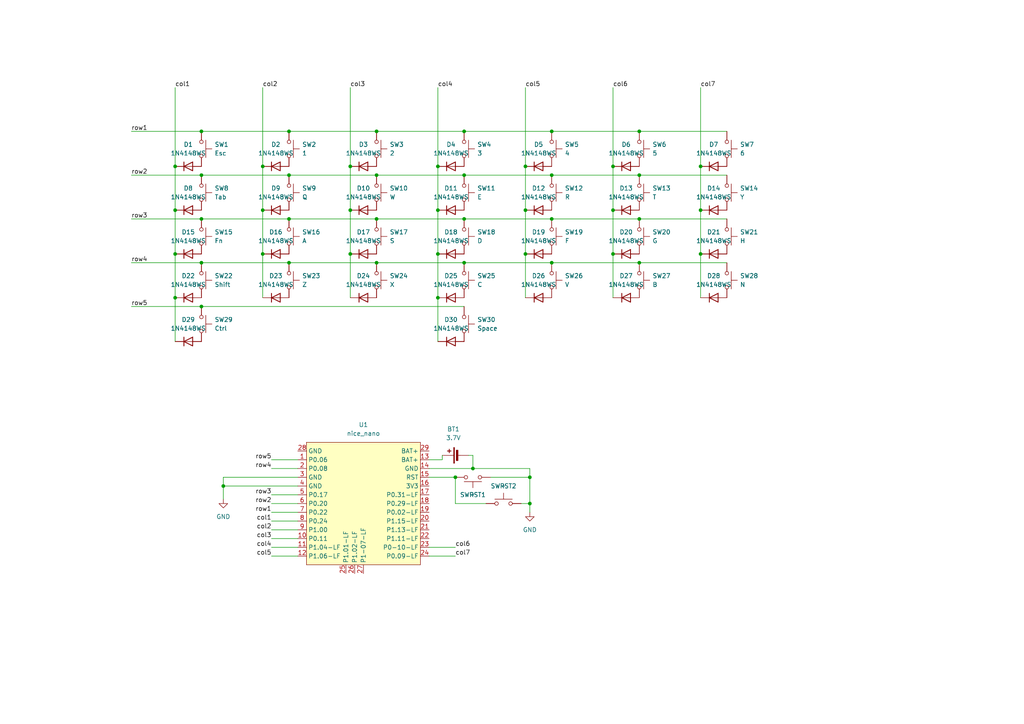
<source format=kicad_sch>
(kicad_sch (version 20231120) (generator "eeschema") (generator_version "8.0")
  (paper "A4")
  (lib_symbols
    (symbol "Device:Battery_Cell" (pin_numbers hide) (pin_names (offset 0) hide)
      (property "Reference" "BT" (at 2.54 2.54 0))
      (property "Value" "Battery_Cell" (at 2.54 0 0))
      (symbol "Battery_Cell_0_1"
        (rectangle (start -2.286 1.778) (end 2.286 1.524) (fill (type outline)))
        (rectangle (start -1.524 1.016) (end 1.524 0.508) (fill (type outline)))
        (polyline (pts (xy 0 0.762) (xy 0 0)))
        (polyline (pts (xy 0 1.778) (xy 0 2.54)))
        (polyline (pts (xy 0.762 3.048) (xy 1.778 3.048)) (stroke (width 0.254)))
        (polyline (pts (xy 1.27 3.556) (xy 1.27 2.54)) (stroke (width 0.254)))
      )
      (symbol "Battery_Cell_1_1"
        (pin passive line (at 0 5.08 270) (length 2.54) (name "+") (number "1"))
        (pin passive line (at 0 -2.54 90) (length 2.54) (name "-") (number "2"))
      )
    )
    (symbol "Device:D" (pin_numbers hide) (pin_names (offset 1.016) hide)
      (property "Reference" "D" (at 0 2.54 0))
      (property "Value" "D" (at 0 -2.54 0))
      (symbol "D_0_1"
        (polyline (pts (xy -1.27 1.27) (xy -1.27 -1.27)) (stroke (width 0.254)))
        (polyline (pts (xy 1.27 0) (xy -1.27 0)))
        (polyline (pts (xy 1.27 1.27) (xy 1.27 -1.27) (xy -1.27 0) (xy 1.27 1.27)) (stroke (width 0.254)))
      )
      (symbol "D_1_1"
        (pin passive line (at -3.81 0 0) (length 2.54) (name "K") (number "1"))
        (pin passive line (at 3.81 0 180) (length 2.54) (name "A") (number "2"))
      )
    )
    (symbol "PCM_marbastlib-promicroish:nice_nano" (in_bom no)
      (property "Reference" "U" (at 0 22.86 0))
      (property "Value" "nice_nano" (at 0 20.32 0))
      (symbol "nice_nano_0_0"
        (pin bidirectional line (at -19.05 13.97 0) (length 2.54) (name "P0.06") (number "1"))
        (pin bidirectional line (at -19.05 -8.89 0) (length 2.54) (name "P0.11") (number "10"))
        (pin bidirectional line (at -19.05 -11.43 0) (length 2.54) (name "P1.04-LF") (number "11"))
        (pin bidirectional line (at -19.05 -13.97 0) (length 2.54) (name "P1.06-LF") (number "12"))
        (pin power_out line (at 19.05 11.43 180) (length 2.54) (name "GND") (number "14"))
        (pin bidirectional line (at 19.05 8.89 180) (length 2.54) (name "RST") (number "15"))
        (pin bidirectional line (at 19.05 3.81 180) (length 2.54) (name "P0.31-LF") (number "17"))
        (pin bidirectional line (at 19.05 1.27 180) (length 2.54) (name "P0.29-LF") (number "18"))
        (pin bidirectional line (at 19.05 -1.27 180) (length 2.54) (name "P0.02-LF") (number "19"))
        (pin bidirectional line (at -19.05 11.43 0) (length 2.54) (name "P0.08") (number "2"))
        (pin bidirectional line (at 19.05 -3.81 180) (length 2.54) (name "P1.15-LF") (number "20"))
        (pin bidirectional line (at 19.05 -6.35 180) (length 2.54) (name "P1.13-LF") (number "21"))
        (pin bidirectional line (at 19.05 -8.89 180) (length 2.54) (name "P1.11-LF") (number "22"))
        (pin bidirectional line (at 19.05 -11.43 180) (length 2.54) (name "P0-10-LF") (number "23"))
        (pin bidirectional line (at 19.05 -13.97 180) (length 2.54) (name "P0.09-LF") (number "24"))
        (pin power_out line (at -19.05 8.89 0) (length 2.54) (name "GND") (number "3"))
        (pin power_out line (at -19.05 6.35 0) (length 2.54) (name "GND") (number "4"))
        (pin bidirectional line (at -19.05 3.81 0) (length 2.54) (name "P0.17") (number "5"))
        (pin bidirectional line (at -19.05 1.27 0) (length 2.54) (name "P0.20") (number "6"))
        (pin bidirectional line (at -19.05 -1.27 0) (length 2.54) (name "P0.22") (number "7"))
        (pin bidirectional line (at -19.05 -3.81 0) (length 2.54) (name "P0.24") (number "8"))
        (pin bidirectional line (at -19.05 -6.35 0) (length 2.54) (name "P1.00") (number "9"))
      )
      (symbol "nice_nano_1_0"
        (pin power_out line (at 19.05 13.97 180) (length 2.54) (name "BAT+") (number "13"))
        (pin power_out line (at 19.05 6.35 180) (length 2.54) (name "3V3") (number "16"))
        (pin bidirectional line (at -5.08 -19.05 90) (length 2.54) (name "P1.01-LF") (number "25"))
        (pin bidirectional line (at -2.54 -19.05 90) (length 2.54) (name "P1.02-LF") (number "26"))
        (pin bidirectional line (at 0 -19.05 90) (length 2.54) (name "P1-07-LF") (number "27"))
        (pin power_out line (at -19.05 16.51 0) (length 2.54) (name "GND") (number "28"))
        (pin power_out line (at 19.05 16.51 180) (length 2.54) (name "BAT+") (number "29"))
      )
      (symbol "nice_nano_1_1"
        (rectangle (start -16.51 19.05) (end 16.51 -16.51) (fill (type background)))
      )
    )
    (symbol "Switch:SW_Push" (pin_numbers hide) (pin_names (offset 1.016) hide)
      (property "Reference" "SW" (at 1.27 2.54 0))
      (property "Value" "SW_Push" (at 0 -1.524 0))
      (symbol "SW_Push_0_1"
        (circle (center -2.032 0) (radius 0.508))
        (polyline (pts (xy 0 1.27) (xy 0 3.048)))
        (polyline (pts (xy 2.54 1.27) (xy -2.54 1.27)))
        (circle (center 2.032 0) (radius 0.508))
        (pin passive line (at -5.08 0 0) (length 2.54) (name "1") (number "1"))
        (pin passive line (at 5.08 0 180) (length 2.54) (name "2") (number "2"))
      )
    )
    (symbol "power:GND" (power) (pin_numbers hide) (pin_names (offset 0) hide)
      (property "Value" "GND" (at 0 -3.81 0))
      (symbol "GND_0_1"
        (polyline (pts (xy 0 0) (xy 0 -1.27) (xy 1.27 -1.27) (xy 0 -2.54) (xy -1.27 -1.27) (xy 0 -1.27)))
      )
      (symbol "GND_1_1"
        (pin power_in line (at 0 0 270) (length 0) (name "~") (number "1"))
      )
    )
  )
  (junction (at 127 73.66))
  (junction (at 134.62 50.8))
  (junction (at 185.42 50.8))
  (junction (at 203.2 73.66))
  (junction (at 58.42 88.9))
  (junction (at 185.42 76.2))
  (junction (at 160.02 50.8))
  (junction (at 127 48.26))
  (junction (at 134.62 38.1))
  (junction (at 64.77 140.97))
  (junction (at 152.4 73.66))
  (junction (at 153.67 146.05))
  (junction (at 137.16 135.89))
  (junction (at 50.8 60.96))
  (junction (at 50.8 86.36))
  (junction (at 50.8 73.66))
  (junction (at 50.8 48.26))
  (junction (at 127 86.36))
  (junction (at 83.82 63.5))
  (junction (at 58.42 38.1))
  (junction (at 177.8 73.66))
  (junction (at 58.42 50.8))
  (junction (at 109.22 76.2))
  (junction (at 160.02 76.2))
  (junction (at 203.2 48.26))
  (junction (at 83.82 76.2))
  (junction (at 109.22 63.5))
  (junction (at 76.2 48.26))
  (junction (at 177.8 60.96))
  (junction (at 185.42 38.1))
  (junction (at 177.8 48.26))
  (junction (at 58.42 63.5))
  (junction (at 58.42 76.2))
  (junction (at 101.6 73.66))
  (junction (at 132.08 138.43))
  (junction (at 160.02 63.5))
  (junction (at 134.62 63.5))
  (junction (at 127 60.96))
  (junction (at 101.6 48.26))
  (junction (at 160.02 38.1))
  (junction (at 185.42 63.5))
  (junction (at 76.2 60.96))
  (junction (at 153.67 138.43))
  (junction (at 83.82 38.1))
  (junction (at 152.4 48.26))
  (junction (at 109.22 50.8))
  (junction (at 203.2 60.96))
  (junction (at 152.4 60.96))
  (junction (at 134.62 76.2))
  (junction (at 76.2 73.66))
  (junction (at 101.6 60.96))
  (junction (at 83.82 50.8))
  (junction (at 109.22 38.1))
  (wire (pts (xy 109.22 38.1) (xy 134.62 38.1)))
  (wire (pts (xy 64.77 138.43) (xy 64.77 140.97)))
  (wire (pts (xy 58.42 38.1) (xy 83.82 38.1)))
  (wire (pts (xy 101.6 73.66) (xy 101.6 86.36)))
  (wire (pts (xy 160.02 38.1) (xy 185.42 38.1)))
  (wire (pts (xy 153.67 146.05) (xy 153.67 148.59)))
  (wire (pts (xy 109.22 63.5) (xy 134.62 63.5)))
  (wire (pts (xy 127 86.36) (xy 127 99.06)))
  (wire (pts (xy 101.6 48.26) (xy 101.6 60.96)))
  (wire (pts (xy 160.02 76.2) (xy 185.42 76.2)))
  (wire (pts (xy 127 48.26) (xy 127 60.96)))
  (wire (pts (xy 127 25.4) (xy 127 48.26)))
  (wire (pts (xy 153.67 138.43) (xy 153.67 146.05)))
  (wire (pts (xy 127 60.96) (xy 127 73.66)))
  (wire (pts (xy 50.8 73.66) (xy 50.8 86.36)))
  (wire (pts (xy 134.62 50.8) (xy 160.02 50.8)))
  (wire (pts (xy 64.77 140.97) (xy 86.36 140.97)))
  (wire (pts (xy 58.42 76.2) (xy 83.82 76.2)))
  (wire (pts (xy 78.74 133.35) (xy 86.36 133.35)))
  (wire (pts (xy 152.4 48.26) (xy 152.4 60.96)))
  (wire (pts (xy 185.42 50.8) (xy 210.82 50.8)))
  (wire (pts (xy 185.42 76.2) (xy 210.82 76.2)))
  (wire (pts (xy 58.42 88.9) (xy 134.62 88.9)))
  (wire (pts (xy 142.24 138.43) (xy 153.67 138.43)))
  (wire (pts (xy 78.74 153.67) (xy 86.36 153.67)))
  (wire (pts (xy 124.46 135.89) (xy 137.16 135.89)))
  (wire (pts (xy 83.82 50.8) (xy 109.22 50.8)))
  (wire (pts (xy 109.22 76.2) (xy 134.62 76.2)))
  (wire (pts (xy 83.82 38.1) (xy 109.22 38.1)))
  (wire (pts (xy 83.82 76.2) (xy 109.22 76.2)))
  (wire (pts (xy 177.8 73.66) (xy 177.8 86.36)))
  (wire (pts (xy 78.74 135.89) (xy 86.36 135.89)))
  (wire (pts (xy 128.27 132.08) (xy 128.27 133.35)))
  (wire (pts (xy 124.46 158.75) (xy 132.08 158.75)))
  (wire (pts (xy 152.4 25.4) (xy 152.4 48.26)))
  (wire (pts (xy 50.8 48.26) (xy 50.8 60.96)))
  (wire (pts (xy 135.89 132.08) (xy 137.16 132.08)))
  (wire (pts (xy 177.8 48.26) (xy 177.8 60.96)))
  (wire (pts (xy 177.8 25.4) (xy 177.8 48.26)))
  (wire (pts (xy 64.77 140.97) (xy 64.77 144.78)))
  (wire (pts (xy 101.6 25.4) (xy 101.6 48.26)))
  (wire (pts (xy 38.1 38.1) (xy 58.42 38.1)))
  (wire (pts (xy 185.42 38.1) (xy 210.82 38.1)))
  (wire (pts (xy 58.42 50.8) (xy 83.82 50.8)))
  (wire (pts (xy 76.2 25.4) (xy 76.2 48.26)))
  (wire (pts (xy 160.02 50.8) (xy 185.42 50.8)))
  (wire (pts (xy 137.16 132.08) (xy 137.16 135.89)))
  (wire (pts (xy 83.82 63.5) (xy 109.22 63.5)))
  (wire (pts (xy 153.67 135.89) (xy 153.67 138.43)))
  (wire (pts (xy 64.77 138.43) (xy 86.36 138.43)))
  (wire (pts (xy 124.46 138.43) (xy 132.08 138.43)))
  (wire (pts (xy 203.2 25.4) (xy 203.2 48.26)))
  (wire (pts (xy 101.6 60.96) (xy 101.6 73.66)))
  (wire (pts (xy 50.8 25.4) (xy 50.8 48.26)))
  (wire (pts (xy 132.08 138.43) (xy 132.08 146.05)))
  (wire (pts (xy 152.4 60.96) (xy 152.4 73.66)))
  (wire (pts (xy 38.1 88.9) (xy 58.42 88.9)))
  (wire (pts (xy 38.1 63.5) (xy 58.42 63.5)))
  (wire (pts (xy 127 73.66) (xy 127 86.36)))
  (wire (pts (xy 38.1 50.8) (xy 58.42 50.8)))
  (wire (pts (xy 203.2 73.66) (xy 203.2 86.36)))
  (wire (pts (xy 76.2 73.66) (xy 76.2 86.36)))
  (wire (pts (xy 38.1 76.2) (xy 58.42 76.2)))
  (wire (pts (xy 203.2 48.26) (xy 203.2 60.96)))
  (wire (pts (xy 78.74 158.75) (xy 86.36 158.75)))
  (wire (pts (xy 177.8 60.96) (xy 177.8 73.66)))
  (wire (pts (xy 58.42 63.5) (xy 83.82 63.5)))
  (wire (pts (xy 134.62 38.1) (xy 160.02 38.1)))
  (wire (pts (xy 50.8 86.36) (xy 50.8 99.06)))
  (wire (pts (xy 152.4 73.66) (xy 152.4 86.36)))
  (wire (pts (xy 151.13 146.05) (xy 153.67 146.05)))
  (wire (pts (xy 160.02 63.5) (xy 185.42 63.5)))
  (wire (pts (xy 137.16 135.89) (xy 153.67 135.89)))
  (wire (pts (xy 78.74 161.29) (xy 86.36 161.29)))
  (wire (pts (xy 203.2 60.96) (xy 203.2 73.66)))
  (wire (pts (xy 76.2 48.26) (xy 76.2 60.96)))
  (wire (pts (xy 124.46 161.29) (xy 132.08 161.29)))
  (wire (pts (xy 78.74 143.51) (xy 86.36 143.51)))
  (wire (pts (xy 134.62 76.2) (xy 160.02 76.2)))
  (wire (pts (xy 50.8 60.96) (xy 50.8 73.66)))
  (wire (pts (xy 78.74 148.59) (xy 86.36 148.59)))
  (wire (pts (xy 78.74 156.21) (xy 86.36 156.21)))
  (wire (pts (xy 76.2 60.96) (xy 76.2 73.66)))
  (wire (pts (xy 78.74 151.13) (xy 86.36 151.13)))
  (wire (pts (xy 78.74 146.05) (xy 86.36 146.05)))
  (wire (pts (xy 124.46 133.35) (xy 128.27 133.35)))
  (wire (pts (xy 134.62 63.5) (xy 160.02 63.5)))
  (wire (pts (xy 140.97 146.05) (xy 132.08 146.05)))
  (wire (pts (xy 109.22 50.8) (xy 134.62 50.8)))
  (wire (pts (xy 185.42 63.5) (xy 210.82 63.5)))
  (label "col5" (at 78.74 161.29 180))
  (label "col2" (at 76.2 25.4 0))
  (label "col2" (at 78.74 153.67 180))
  (label "col7" (at 203.2 25.4 0))
  (label "col1" (at 78.74 151.13 180))
  (label "col4" (at 78.74 158.75 180))
  (label "col1" (at 50.8 25.4 0))
  (label "col7" (at 132.08 161.29 0))
  (label "row4" (at 38.1 76.2 0))
  (label "col6" (at 177.8 25.4 0))
  (label "row3" (at 38.1 63.5 0))
  (label "col6" (at 132.08 158.75 0))
  (label "col4" (at 127 25.4 0))
  (label "col5" (at 152.4 25.4 0))
  (label "row1" (at 78.74 148.59 180))
  (label "row3" (at 78.74 143.51 180))
  (label "row4" (at 78.74 135.89 180))
  (label "row5" (at 38.1 88.9 0))
  (label "row5" (at 78.74 133.35 180))
  (label "row2" (at 38.1 50.8 0))
  (label "row2" (at 78.74 146.05 180))
  (label "col3" (at 101.6 25.4 0))
  (label "row1" (at 38.1 38.1 0))
  (label "col3" (at 78.74 156.21 180))
  (symbol (lib_id "Device:D") (at 156.21 48.26 0) (unit 1)
    (property "Reference" "D5" (at 156.21 41.91 0))
    (property "Value" "1N4148WS" (at 156.21 44.45 0))
    (property "Footprint" "Diode_SMD:D_SOD-323_HandSoldering" (effects (hide yes)))
    (property "Description" "Diode" (effects (hide yes)))
    (property "Sim.Device" "D" (effects (hide yes)))
    (property "Sim.Pins" "1=K 2=A" (effects (hide yes)))
  )
  (symbol (lib_id "Switch:SW_Push") (at 160.02 81.28 270) (unit 1)
    (property "Reference" "SW26" (at 163.83 80.0099 90) (effects (justify left)))
    (property "Value" "V" (at 163.83 82.5499 90) (effects (justify left)))
    (property "Footprint" "PCM_Switch_Keyboard_Cherry_MX:SW_Cherry_MX_PCB_1.00u" (effects (hide yes)))
    (property "Description" "Push button switch, generic, two pins" (effects (hide yes)))
  )
  (symbol (lib_id "Switch:SW_Push") (at 185.42 68.58 270) (unit 1)
    (property "Reference" "SW20" (at 189.23 67.3099 90) (effects (justify left)))
    (property "Value" "G" (at 189.23 69.8499 90) (effects (justify left)))
    (property "Footprint" "PCM_Switch_Keyboard_Cherry_MX:SW_Cherry_MX_PCB_1.00u" (effects (hide yes)))
    (property "Description" "Push button switch, generic, two pins" (effects (hide yes)))
  )
  (symbol (lib_id "Device:D") (at 207.01 86.36 0) (unit 1)
    (property "Reference" "D28" (at 207.01 80.01 0))
    (property "Value" "1N4148WS" (at 207.01 82.55 0))
    (property "Footprint" "Diode_SMD:D_SOD-323_HandSoldering" (effects (hide yes)))
    (property "Description" "Diode" (effects (hide yes)))
    (property "Sim.Device" "D" (effects (hide yes)))
    (property "Sim.Pins" "1=K 2=A" (effects (hide yes)))
  )
  (symbol (lib_id "Device:D") (at 207.01 48.26 0) (unit 1)
    (property "Reference" "D7" (at 207.01 41.91 0))
    (property "Value" "1N4148WS" (at 207.01 44.45 0))
    (property "Footprint" "Diode_SMD:D_SOD-323_HandSoldering" (effects (hide yes)))
    (property "Description" "Diode" (effects (hide yes)))
    (property "Sim.Device" "D" (effects (hide yes)))
    (property "Sim.Pins" "1=K 2=A" (effects (hide yes)))
  )
  (symbol (lib_id "Switch:SW_Push") (at 58.42 93.98 270) (unit 1)
    (property "Reference" "SW29" (at 62.23 92.7099 90) (effects (justify left)))
    (property "Value" "Ctrl" (at 62.23 95.2499 90) (effects (justify left)))
    (property "Footprint" "PCM_Switch_Keyboard_Cherry_MX:SW_Cherry_MX_PCB_1.25u" (effects (hide yes)))
    (property "Description" "Push button switch, generic, two pins" (effects (hide yes)))
  )
  (symbol (lib_id "Switch:SW_Push") (at 109.22 43.18 270) (unit 1)
    (property "Reference" "SW3" (at 113.03 41.9099 90) (effects (justify left)))
    (property "Value" "2" (at 113.03 44.4499 90) (effects (justify left)))
    (property "Footprint" "PCM_Switch_Keyboard_Cherry_MX:SW_Cherry_MX_PCB_1.00u" (effects (hide yes)))
    (property "Description" "Push button switch, generic, two pins" (effects (hide yes)))
  )
  (symbol (lib_id "Switch:SW_Push") (at 83.82 55.88 270) (unit 1)
    (property "Reference" "SW9" (at 87.63 54.6099 90) (effects (justify left)))
    (property "Value" "Q" (at 87.63 57.1499 90) (effects (justify left)))
    (property "Footprint" "PCM_Switch_Keyboard_Cherry_MX:SW_Cherry_MX_PCB_1.00u" (effects (hide yes)))
    (property "Description" "Push button switch, generic, two pins" (effects (hide yes)))
  )
  (symbol (lib_id "Device:D") (at 181.61 86.36 0) (unit 1)
    (property "Reference" "D27" (at 181.61 80.01 0))
    (property "Value" "1N4148WS" (at 181.61 82.55 0))
    (property "Footprint" "Diode_SMD:D_SOD-323_HandSoldering" (effects (hide yes)))
    (property "Description" "Diode" (effects (hide yes)))
    (property "Sim.Device" "D" (effects (hide yes)))
    (property "Sim.Pins" "1=K 2=A" (effects (hide yes)))
  )
  (symbol (lib_id "Device:D") (at 105.41 60.96 0) (unit 1)
    (property "Reference" "D10" (at 105.41 54.61 0))
    (property "Value" "1N4148WS" (at 105.41 57.15 0))
    (property "Footprint" "Diode_SMD:D_SOD-323_HandSoldering" (effects (hide yes)))
    (property "Description" "Diode" (effects (hide yes)))
    (property "Sim.Device" "D" (effects (hide yes)))
    (property "Sim.Pins" "1=K 2=A" (effects (hide yes)))
  )
  (symbol (lib_id "Device:D") (at 156.21 60.96 0) (unit 1)
    (property "Reference" "D12" (at 156.21 54.61 0))
    (property "Value" "1N4148WS" (at 156.21 57.15 0))
    (property "Footprint" "Diode_SMD:D_SOD-323_HandSoldering" (effects (hide yes)))
    (property "Description" "Diode" (effects (hide yes)))
    (property "Sim.Device" "D" (effects (hide yes)))
    (property "Sim.Pins" "1=K 2=A" (effects (hide yes)))
  )
  (symbol (lib_id "Switch:SW_Push") (at 83.82 81.28 270) (unit 1)
    (property "Reference" "SW23" (at 87.63 80.0099 90) (effects (justify left)))
    (property "Value" "Z" (at 87.63 82.5499 90) (effects (justify left)))
    (property "Footprint" "PCM_Switch_Keyboard_Cherry_MX:SW_Cherry_MX_PCB_1.00u" (effects (hide yes)))
    (property "Description" "Push button switch, generic, two pins" (effects (hide yes)))
  )
  (symbol (lib_id "Switch:SW_Push") (at 160.02 43.18 270) (unit 1)
    (property "Reference" "SW5" (at 163.83 41.9099 90) (effects (justify left)))
    (property "Value" "4" (at 163.83 44.4499 90) (effects (justify left)))
    (property "Footprint" "PCM_Switch_Keyboard_Cherry_MX:SW_Cherry_MX_PCB_1.00u" (effects (hide yes)))
    (property "Description" "Push button switch, generic, two pins" (effects (hide yes)))
  )
  (symbol (lib_id "Device:D") (at 54.61 48.26 0) (unit 1)
    (property "Reference" "D1" (at 54.61 41.91 0))
    (property "Value" "1N4148WS" (at 54.61 44.45 0))
    (property "Footprint" "Diode_SMD:D_SOD-323_HandSoldering" (effects (hide yes)))
    (property "Description" "Diode" (effects (hide yes)))
    (property "Sim.Device" "D" (effects (hide yes)))
    (property "Sim.Pins" "1=K 2=A" (effects (hide yes)))
  )
  (symbol (lib_id "Switch:SW_Push") (at 83.82 43.18 270) (unit 1)
    (property "Reference" "SW2" (at 87.63 41.9099 90) (effects (justify left)))
    (property "Value" "1" (at 87.63 44.4499 90) (effects (justify left)))
    (property "Footprint" "PCM_Switch_Keyboard_Cherry_MX:SW_Cherry_MX_PCB_1.00u" (effects (hide yes)))
    (property "Description" "Push button switch, generic, two pins" (effects (hide yes)))
  )
  (symbol (lib_id "Switch:SW_Push") (at 134.62 68.58 270) (unit 1)
    (property "Reference" "SW18" (at 138.43 67.3099 90) (effects (justify left)))
    (property "Value" "D" (at 138.43 69.8499 90) (effects (justify left)))
    (property "Footprint" "PCM_Switch_Keyboard_Cherry_MX:SW_Cherry_MX_PCB_1.00u" (effects (hide yes)))
    (property "Description" "Push button switch, generic, two pins" (effects (hide yes)))
  )
  (symbol (lib_id "Switch:SW_Push") (at 134.62 55.88 270) (unit 1)
    (property "Reference" "SW11" (at 138.43 54.6099 90) (effects (justify left)))
    (property "Value" "E" (at 138.43 57.1499 90) (effects (justify left)))
    (property "Footprint" "PCM_Switch_Keyboard_Cherry_MX:SW_Cherry_MX_PCB_1.00u" (effects (hide yes)))
    (property "Description" "Push button switch, generic, two pins" (effects (hide yes)))
  )
  (symbol (lib_id "Device:D") (at 80.01 86.36 0) (unit 1)
    (property "Reference" "D23" (at 80.01 80.01 0))
    (property "Value" "1N4148WS" (at 80.01 82.55 0))
    (property "Footprint" "Diode_SMD:D_SOD-323_HandSoldering" (effects (hide yes)))
    (property "Description" "Diode" (effects (hide yes)))
    (property "Sim.Device" "D" (effects (hide yes)))
    (property "Sim.Pins" "1=K 2=A" (effects (hide yes)))
  )
  (symbol (lib_id "Switch:SW_Push") (at 58.42 55.88 270) (unit 1)
    (property "Reference" "SW8" (at 62.23 54.6099 90) (effects (justify left)))
    (property "Value" "Tab" (at 62.23 57.1499 90) (effects (justify left)))
    (property "Footprint" "PCM_Switch_Keyboard_Cherry_MX:SW_Cherry_MX_PCB_1.50u" (effects (hide yes)))
    (property "Description" "Push button switch, generic, two pins" (effects (hide yes)))
  )
  (symbol (lib_id "Device:D") (at 130.81 73.66 0) (unit 1)
    (property "Reference" "D18" (at 130.81 67.31 0))
    (property "Value" "1N4148WS" (at 130.81 69.85 0))
    (property "Footprint" "Diode_SMD:D_SOD-323_HandSoldering" (effects (hide yes)))
    (property "Description" "Diode" (effects (hide yes)))
    (property "Sim.Device" "D" (effects (hide yes)))
    (property "Sim.Pins" "1=K 2=A" (effects (hide yes)))
  )
  (symbol (lib_id "Device:D") (at 54.61 86.36 0) (unit 1)
    (property "Reference" "D22" (at 54.61 80.01 0))
    (property "Value" "1N4148WS" (at 54.61 82.55 0))
    (property "Footprint" "Diode_SMD:D_SOD-323_HandSoldering" (effects (hide yes)))
    (property "Description" "Diode" (effects (hide yes)))
    (property "Sim.Device" "D" (effects (hide yes)))
    (property "Sim.Pins" "1=K 2=A" (effects (hide yes)))
  )
  (symbol (lib_id "Device:D") (at 181.61 48.26 0) (unit 1)
    (property "Reference" "D6" (at 181.61 41.91 0))
    (property "Value" "1N4148WS" (at 181.61 44.45 0))
    (property "Footprint" "Diode_SMD:D_SOD-323_HandSoldering" (effects (hide yes)))
    (property "Description" "Diode" (effects (hide yes)))
    (property "Sim.Device" "D" (effects (hide yes)))
    (property "Sim.Pins" "1=K 2=A" (effects (hide yes)))
  )
  (symbol (lib_id "Device:D") (at 207.01 73.66 0) (unit 1)
    (property "Reference" "D21" (at 207.01 67.31 0))
    (property "Value" "1N4148WS" (at 207.01 69.85 0))
    (property "Footprint" "Diode_SMD:D_SOD-323_HandSoldering" (effects (hide yes)))
    (property "Description" "Diode" (effects (hide yes)))
    (property "Sim.Device" "D" (effects (hide yes)))
    (property "Sim.Pins" "1=K 2=A" (effects (hide yes)))
  )
  (symbol (lib_id "Device:D") (at 156.21 73.66 0) (unit 1)
    (property "Reference" "D19" (at 156.21 67.31 0))
    (property "Value" "1N4148WS" (at 156.21 69.85 0))
    (property "Footprint" "Diode_SMD:D_SOD-323_HandSoldering" (effects (hide yes)))
    (property "Description" "Diode" (effects (hide yes)))
    (property "Sim.Device" "D" (effects (hide yes)))
    (property "Sim.Pins" "1=K 2=A" (effects (hide yes)))
  )
  (symbol (lib_id "Switch:SW_Push") (at 58.42 68.58 270) (unit 1)
    (property "Reference" "SW15" (at 62.23 67.3099 90) (effects (justify left)))
    (property "Value" "Fn" (at 62.23 69.8499 90) (effects (justify left)))
    (property "Footprint" "PCM_Switch_Keyboard_Cherry_MX:SW_Cherry_MX_PCB_1.25u" (effects (hide yes)))
    (property "Description" "Push button switch, generic, two pins" (effects (hide yes)))
  )
  (symbol (lib_id "Switch:SW_Push") (at 134.62 81.28 270) (unit 1)
    (property "Reference" "SW25" (at 138.43 80.0099 90) (effects (justify left)))
    (property "Value" "C" (at 138.43 82.5499 90) (effects (justify left)))
    (property "Footprint" "PCM_Switch_Keyboard_Cherry_MX:SW_Cherry_MX_PCB_1.00u" (effects (hide yes)))
    (property "Description" "Push button switch, generic, two pins" (effects (hide yes)))
  )
  (symbol (lib_id "Device:D") (at 181.61 73.66 0) (unit 1)
    (property "Reference" "D20" (at 181.61 67.31 0))
    (property "Value" "1N4148WS" (at 181.61 69.85 0))
    (property "Footprint" "Diode_SMD:D_SOD-323_HandSoldering" (effects (hide yes)))
    (property "Description" "Diode" (effects (hide yes)))
    (property "Sim.Device" "D" (effects (hide yes)))
    (property "Sim.Pins" "1=K 2=A" (effects (hide yes)))
  )
  (symbol (lib_id "Switch:SW_Push") (at 83.82 68.58 270) (unit 1)
    (property "Reference" "SW16" (at 87.63 67.3099 90) (effects (justify left)))
    (property "Value" "A" (at 87.63 69.8499 90) (effects (justify left)))
    (property "Footprint" "PCM_Switch_Keyboard_Cherry_MX:SW_Cherry_MX_PCB_1.00u" (effects (hide yes)))
    (property "Description" "Push button switch, generic, two pins" (effects (hide yes)))
  )
  (symbol (lib_id "Switch:SW_Push") (at 210.82 68.58 270) (unit 1)
    (property "Reference" "SW21" (at 214.63 67.3099 90) (effects (justify left)))
    (property "Value" "H" (at 214.63 69.8499 90) (effects (justify left)))
    (property "Footprint" "PCM_Switch_Keyboard_Cherry_MX:SW_Cherry_MX_PCB_1.00u" (effects (hide yes)))
    (property "Description" "Push button switch, generic, two pins" (effects (hide yes)))
  )
  (symbol (lib_id "Device:D") (at 54.61 60.96 0) (unit 1)
    (property "Reference" "D8" (at 54.61 54.61 0))
    (property "Value" "1N4148WS" (at 54.61 57.15 0))
    (property "Footprint" "Diode_SMD:D_SOD-323_HandSoldering" (effects (hide yes)))
    (property "Description" "Diode" (effects (hide yes)))
    (property "Sim.Device" "D" (effects (hide yes)))
    (property "Sim.Pins" "1=K 2=A" (effects (hide yes)))
  )
  (symbol (lib_id "power:GND") (at 64.77 144.78 0) (unit 1)
    (property "Reference" "#PWR01" (effects (hide yes)))
    (property "Value" "GND" (at 64.77 149.86 0))
    (property "Description" "Power symbol creates a global label with name \"GND\" , ground" (effects (hide yes)))
  )
  (symbol (lib_id "Device:D") (at 181.61 60.96 0) (unit 1)
    (property "Reference" "D13" (at 181.61 54.61 0))
    (property "Value" "1N4148WS" (at 181.61 57.15 0))
    (property "Footprint" "Diode_SMD:D_SOD-323_HandSoldering" (effects (hide yes)))
    (property "Description" "Diode" (effects (hide yes)))
    (property "Sim.Device" "D" (effects (hide yes)))
    (property "Sim.Pins" "1=K 2=A" (effects (hide yes)))
  )
  (symbol (lib_id "Device:D") (at 130.81 48.26 0) (unit 1)
    (property "Reference" "D4" (at 130.81 41.91 0))
    (property "Value" "1N4148WS" (at 130.81 44.45 0))
    (property "Footprint" "Diode_SMD:D_SOD-323_HandSoldering" (effects (hide yes)))
    (property "Description" "Diode" (effects (hide yes)))
    (property "Sim.Device" "D" (effects (hide yes)))
    (property "Sim.Pins" "1=K 2=A" (effects (hide yes)))
  )
  (symbol (lib_id "Device:D") (at 156.21 86.36 0) (unit 1)
    (property "Reference" "D26" (at 156.21 80.01 0))
    (property "Value" "1N4148WS" (at 156.21 82.55 0))
    (property "Footprint" "Diode_SMD:D_SOD-323_HandSoldering" (effects (hide yes)))
    (property "Description" "Diode" (effects (hide yes)))
    (property "Sim.Device" "D" (effects (hide yes)))
    (property "Sim.Pins" "1=K 2=A" (effects (hide yes)))
  )
  (symbol (lib_id "Device:D") (at 105.41 86.36 0) (unit 1)
    (property "Reference" "D24" (at 105.41 80.01 0))
    (property "Value" "1N4148WS" (at 105.41 82.55 0))
    (property "Footprint" "Diode_SMD:D_SOD-323_HandSoldering" (effects (hide yes)))
    (property "Description" "Diode" (effects (hide yes)))
    (property "Sim.Device" "D" (effects (hide yes)))
    (property "Sim.Pins" "1=K 2=A" (effects (hide yes)))
  )
  (symbol (lib_id "Device:D") (at 130.81 86.36 0) (unit 1)
    (property "Reference" "D25" (at 130.81 80.01 0))
    (property "Value" "1N4148WS" (at 130.81 82.55 0))
    (property "Footprint" "Diode_SMD:D_SOD-323_HandSoldering" (effects (hide yes)))
    (property "Description" "Diode" (effects (hide yes)))
    (property "Sim.Device" "D" (effects (hide yes)))
    (property "Sim.Pins" "1=K 2=A" (effects (hide yes)))
  )
  (symbol (lib_id "Switch:SW_Push") (at 160.02 55.88 270) (unit 1)
    (property "Reference" "SW12" (at 163.83 54.6099 90) (effects (justify left)))
    (property "Value" "R" (at 163.83 57.1499 90) (effects (justify left)))
    (property "Footprint" "PCM_Switch_Keyboard_Cherry_MX:SW_Cherry_MX_PCB_1.00u" (effects (hide yes)))
    (property "Description" "Push button switch, generic, two pins" (effects (hide yes)))
  )
  (symbol (lib_id "Switch:SW_Push") (at 109.22 81.28 270) (unit 1)
    (property "Reference" "SW24" (at 113.03 80.0099 90) (effects (justify left)))
    (property "Value" "X" (at 113.03 82.5499 90) (effects (justify left)))
    (property "Footprint" "PCM_Switch_Keyboard_Cherry_MX:SW_Cherry_MX_PCB_1.00u" (effects (hide yes)))
    (property "Description" "Push button switch, generic, two pins" (effects (hide yes)))
  )
  (symbol (lib_id "Switch:SW_Push") (at 185.42 43.18 270) (unit 1)
    (property "Reference" "SW6" (at 189.23 41.9099 90) (effects (justify left)))
    (property "Value" "5" (at 189.23 44.4499 90) (effects (justify left)))
    (property "Footprint" "PCM_Switch_Keyboard_Cherry_MX:SW_Cherry_MX_PCB_1.00u" (effects (hide yes)))
    (property "Description" "Push button switch, generic, two pins" (effects (hide yes)))
  )
  (symbol (lib_id "Device:D") (at 130.81 99.06 0) (unit 1)
    (property "Reference" "D30" (at 130.81 92.71 0))
    (property "Value" "1N4148WS" (at 130.81 95.25 0))
    (property "Footprint" "Diode_SMD:D_SOD-323_HandSoldering" (effects (hide yes)))
    (property "Description" "Diode" (effects (hide yes)))
    (property "Sim.Device" "D" (effects (hide yes)))
    (property "Sim.Pins" "1=K 2=A" (effects (hide yes)))
  )
  (symbol (lib_id "Device:Battery_Cell") (at 133.35 132.08 90) (unit 1)
    (property "Reference" "BT1" (at 131.5085 124.46 90))
    (property "Value" "3.7V" (at 131.5085 127 90))
    (property "Footprint" "Connector_PinHeader_2.54mm:PinHeader_1x02_P2.54mm_Vertical" (effects (hide yes)))
    (property "Description" "Single-cell battery" (effects (hide yes)))
  )
  (symbol (lib_id "Switch:SW_Push") (at 146.05 146.05 0) (unit 1)
    (property "Reference" "SWRST2" (at 146.05 140.97 0))
    (property "Value" "~" (at 146.05 140.97 0))
    (property "Footprint" "Button_Switch_SMD:SW_SPST_B3U-1000P" (effects (hide yes)))
    (property "Description" "Push button switch, generic, two pins" (effects (hide yes)))
  )
  (symbol (lib_id "Switch:SW_Push") (at 210.82 55.88 270) (unit 1)
    (property "Reference" "SW14" (at 214.63 54.6099 90) (effects (justify left)))
    (property "Value" "Y" (at 214.63 57.1499 90) (effects (justify left)))
    (property "Footprint" "PCM_Switch_Keyboard_Cherry_MX:SW_Cherry_MX_PCB_1.00u" (effects (hide yes)))
    (property "Description" "Push button switch, generic, two pins" (effects (hide yes)))
  )
  (symbol (lib_id "Device:D") (at 105.41 73.66 0) (unit 1)
    (property "Reference" "D17" (at 105.41 67.31 0))
    (property "Value" "1N4148WS" (at 105.41 69.85 0))
    (property "Footprint" "Diode_SMD:D_SOD-323_HandSoldering" (effects (hide yes)))
    (property "Description" "Diode" (effects (hide yes)))
    (property "Sim.Device" "D" (effects (hide yes)))
    (property "Sim.Pins" "1=K 2=A" (effects (hide yes)))
  )
  (symbol (lib_id "Device:D") (at 80.01 60.96 0) (unit 1)
    (property "Reference" "D9" (at 80.01 54.61 0))
    (property "Value" "1N4148WS" (at 80.01 57.15 0))
    (property "Footprint" "Diode_SMD:D_SOD-323_HandSoldering" (effects (hide yes)))
    (property "Description" "Diode" (effects (hide yes)))
    (property "Sim.Device" "D" (effects (hide yes)))
    (property "Sim.Pins" "1=K 2=A" (effects (hide yes)))
  )
  (symbol (lib_id "Device:D") (at 80.01 48.26 0) (unit 1)
    (property "Reference" "D2" (at 80.01 41.91 0))
    (property "Value" "1N4148WS" (at 80.01 44.45 0))
    (property "Footprint" "Diode_SMD:D_SOD-323_HandSoldering" (effects (hide yes)))
    (property "Description" "Diode" (effects (hide yes)))
    (property "Sim.Device" "D" (effects (hide yes)))
    (property "Sim.Pins" "1=K 2=A" (effects (hide yes)))
  )
  (symbol (lib_id "Switch:SW_Push") (at 210.82 81.28 270) (unit 1)
    (property "Reference" "SW28" (at 214.63 80.0099 90) (effects (justify left)))
    (property "Value" "N" (at 214.63 82.5499 90) (effects (justify left)))
    (property "Footprint" "PCM_Switch_Keyboard_Cherry_MX:SW_Cherry_MX_PCB_1.00u" (effects (hide yes)))
    (property "Description" "Push button switch, generic, two pins" (effects (hide yes)))
  )
  (symbol (lib_id "Device:D") (at 207.01 60.96 0) (unit 1)
    (property "Reference" "D14" (at 207.01 54.61 0))
    (property "Value" "1N4148WS" (at 207.01 57.15 0))
    (property "Footprint" "Diode_SMD:D_SOD-323_HandSoldering" (effects (hide yes)))
    (property "Description" "Diode" (effects (hide yes)))
    (property "Sim.Device" "D" (effects (hide yes)))
    (property "Sim.Pins" "1=K 2=A" (effects (hide yes)))
  )
  (symbol (lib_id "Device:D") (at 80.01 73.66 0) (unit 1)
    (property "Reference" "D16" (at 80.01 67.31 0))
    (property "Value" "1N4148WS" (at 80.01 69.85 0))
    (property "Footprint" "Diode_SMD:D_SOD-323_HandSoldering" (effects (hide yes)))
    (property "Description" "Diode" (effects (hide yes)))
    (property "Sim.Device" "D" (effects (hide yes)))
    (property "Sim.Pins" "1=K 2=A" (effects (hide yes)))
  )
  (symbol (lib_id "Switch:SW_Push") (at 185.42 81.28 270) (unit 1)
    (property "Reference" "SW27" (at 189.23 80.0099 90) (effects (justify left)))
    (property "Value" "B" (at 189.23 82.5499 90) (effects (justify left)))
    (property "Footprint" "PCM_Switch_Keyboard_Cherry_MX:SW_Cherry_MX_PCB_1.00u" (effects (hide yes)))
    (property "Description" "Push button switch, generic, two pins" (effects (hide yes)))
  )
  (symbol (lib_id "Switch:SW_Push") (at 58.42 43.18 270) (unit 1)
    (property "Reference" "SW1" (at 62.23 41.9099 90) (effects (justify left)))
    (property "Value" "Esc" (at 62.23 44.4499 90) (effects (justify left)))
    (property "Footprint" "PCM_Switch_Keyboard_Cherry_MX:SW_Cherry_MX_PCB_1.00u" (effects (hide yes)))
    (property "Description" "Push button switch, generic, two pins" (effects (hide yes)))
  )
  (symbol (lib_id "Device:D") (at 130.81 60.96 0) (unit 1)
    (property "Reference" "D11" (at 130.81 54.61 0))
    (property "Value" "1N4148WS" (at 130.81 57.15 0))
    (property "Footprint" "Diode_SMD:D_SOD-323_HandSoldering" (effects (hide yes)))
    (property "Description" "Diode" (effects (hide yes)))
    (property "Sim.Device" "D" (effects (hide yes)))
    (property "Sim.Pins" "1=K 2=A" (effects (hide yes)))
  )
  (symbol (lib_id "Switch:SW_Push") (at 160.02 68.58 270) (unit 1)
    (property "Reference" "SW19" (at 163.83 67.3099 90) (effects (justify left)))
    (property "Value" "F" (at 163.83 69.8499 90) (effects (justify left)))
    (property "Footprint" "PCM_Switch_Keyboard_Cherry_MX:SW_Cherry_MX_PCB_1.00u" (effects (hide yes)))
    (property "Description" "Push button switch, generic, two pins" (effects (hide yes)))
  )
  (symbol (lib_id "Switch:SW_Push") (at 210.82 43.18 270) (unit 1)
    (property "Reference" "SW7" (at 214.63 41.9099 90) (effects (justify left)))
    (property "Value" "6" (at 214.63 44.4499 90) (effects (justify left)))
    (property "Footprint" "PCM_Switch_Keyboard_Cherry_MX:SW_Cherry_MX_PCB_1.00u" (effects (hide yes)))
    (property "Description" "Push button switch, generic, two pins" (effects (hide yes)))
  )
  (symbol (lib_id "Switch:SW_Push") (at 185.42 55.88 270) (unit 1)
    (property "Reference" "SW13" (at 189.23 54.6099 90) (effects (justify left)))
    (property "Value" "T" (at 189.23 57.1499 90) (effects (justify left)))
    (property "Footprint" "PCM_Switch_Keyboard_Cherry_MX:SW_Cherry_MX_PCB_1.00u" (effects (hide yes)))
    (property "Description" "Push button switch, generic, two pins" (effects (hide yes)))
  )
  (symbol (lib_id "Device:D") (at 54.61 99.06 0) (unit 1)
    (property "Reference" "D29" (at 54.61 92.71 0))
    (property "Value" "1N4148WS" (at 54.61 95.25 0))
    (property "Footprint" "Diode_SMD:D_SOD-323_HandSoldering" (effects (hide yes)))
    (property "Description" "Diode" (effects (hide yes)))
    (property "Sim.Device" "D" (effects (hide yes)))
    (property "Sim.Pins" "1=K 2=A" (effects (hide yes)))
  )
  (symbol (lib_id "Switch:SW_Push") (at 58.42 81.28 270) (unit 1)
    (property "Reference" "SW22" (at 62.23 80.0099 90) (effects (justify left)))
    (property "Value" "Shift" (at 62.23 82.5499 90) (effects (justify left)))
    (property "Footprint" "PCM_Switch_Keyboard_Cherry_MX:SW_Cherry_MX_PCB_1.75u" (effects (hide yes)))
    (property "Description" "Push button switch, generic, two pins" (effects (hide yes)))
  )
  (symbol (lib_id "power:GND") (at 153.67 148.59 0) (unit 1)
    (property "Reference" "#PWR02" (effects (hide yes)))
    (property "Value" "GND" (at 153.67 153.67 0))
    (property "Description" "Power symbol creates a global label with name \"GND\" , ground" (effects (hide yes)))
  )
  (symbol (lib_id "Switch:SW_Push") (at 109.22 68.58 270) (unit 1)
    (property "Reference" "SW17" (at 113.03 67.3099 90) (effects (justify left)))
    (property "Value" "S" (at 113.03 69.8499 90) (effects (justify left)))
    (property "Footprint" "PCM_Switch_Keyboard_Cherry_MX:SW_Cherry_MX_PCB_1.00u" (effects (hide yes)))
    (property "Description" "Push button switch, generic, two pins" (effects (hide yes)))
  )
  (symbol (lib_id "Device:D") (at 105.41 48.26 0) (unit 1)
    (property "Reference" "D3" (at 105.41 41.91 0))
    (property "Value" "1N4148WS" (at 105.41 44.45 0))
    (property "Footprint" "Diode_SMD:D_SOD-323_HandSoldering" (effects (hide yes)))
    (property "Description" "Diode" (effects (hide yes)))
    (property "Sim.Device" "D" (effects (hide yes)))
    (property "Sim.Pins" "1=K 2=A" (effects (hide yes)))
  )
  (symbol (lib_id "Switch:SW_Push") (at 137.16 138.43 0) (mirror x) (unit 1)
    (property "Reference" "SWRST1" (at 137.16 143.51 0))
    (property "Value" "~" (at 137.16 143.51 0))
    (property "Footprint" "Button_Switch_SMD:SW_SPST_B3U-1000P" (effects (hide yes)))
    (property "Description" "Push button switch, generic, two pins" (effects (hide yes)))
  )
  (symbol (lib_id "Switch:SW_Push") (at 134.62 43.18 270) (unit 1)
    (property "Reference" "SW4" (at 138.43 41.9099 90) (effects (justify left)))
    (property "Value" "3" (at 138.43 44.4499 90) (effects (justify left)))
    (property "Footprint" "PCM_Switch_Keyboard_Cherry_MX:SW_Cherry_MX_PCB_1.00u" (effects (hide yes)))
    (property "Description" "Push button switch, generic, two pins" (effects (hide yes)))
  )
  (symbol (lib_id "Switch:SW_Push") (at 134.62 93.98 270) (unit 1)
    (property "Reference" "SW30" (at 138.43 92.7099 90) (effects (justify left)))
    (property "Value" "Space" (at 138.43 95.2499 90) (effects (justify left)))
    (property "Footprint" "PCM_Switch_Keyboard_Cherry_MX:SW_Cherry_MX_PCB_6.25u" (effects (hide yes)))
    (property "Description" "Push button switch, generic, two pins" (effects (hide yes)))
  )
  (symbol (lib_id "Switch:SW_Push") (at 109.22 55.88 270) (unit 1)
    (property "Reference" "SW10" (at 113.03 54.6099 90) (effects (justify left)))
    (property "Value" "W" (at 113.03 57.1499 90) (effects (justify left)))
    (property "Footprint" "PCM_Switch_Keyboard_Cherry_MX:SW_Cherry_MX_PCB_1.00u" (effects (hide yes)))
    (property "Description" "Push button switch, generic, two pins" (effects (hide yes)))
  )
  (symbol (lib_id "PCM_marbastlib-promicroish:nice_nano") (at 105.41 147.32 0) (unit 1) (in_bom no)
    (property "Reference" "U1" (at 105.41 123.19 0))
    (property "Value" "nice_nano" (at 105.41 125.73 0))
    (property "Footprint" "PCM_marbastlib-xp-promicroish:nice_nano_H_USBup" (effects (hide yes)))
    (property "Datasheet" "https://nicekeyboards.com/docs/nice-nano/pinout-schematic" (effects (hide yes)))
    (property "Description" "Symbol for an nicekeyboards nice!nano" (effects (hide yes)))
  )
  (symbol (lib_id "Device:D") (at 54.61 73.66 0) (unit 1)
    (property "Reference" "D15" (at 54.61 67.31 0))
    (property "Value" "1N4148WS" (at 54.61 69.85 0))
    (property "Footprint" "Diode_SMD:D_SOD-323_HandSoldering" (effects (hide yes)))
    (property "Description" "Diode" (effects (hide yes)))
    (property "Sim.Device" "D" (effects (hide yes)))
    (property "Sim.Pins" "1=K 2=A" (effects (hide yes)))
  )
)
</source>
